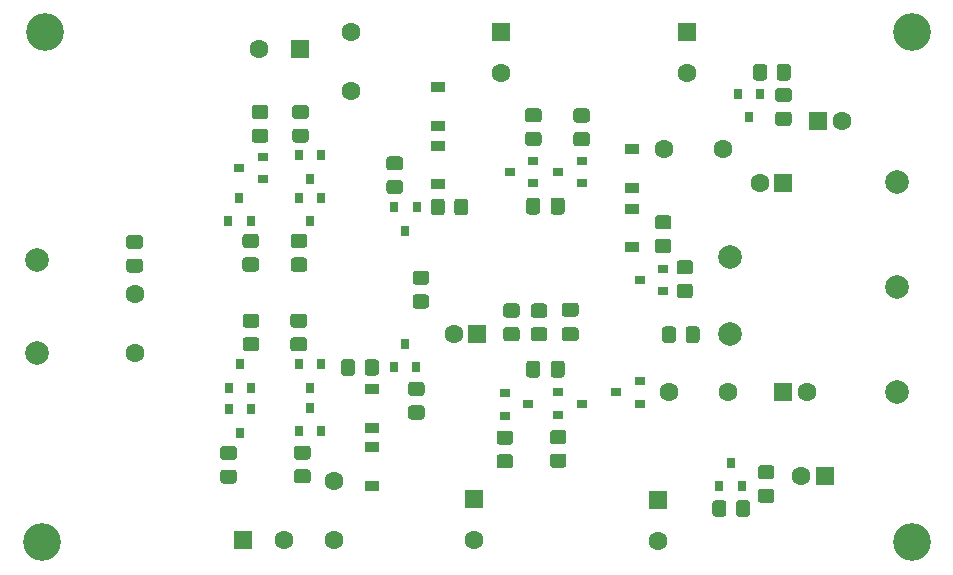
<source format=gbr>
G04 #@! TF.GenerationSoftware,KiCad,Pcbnew,(5.1.8-0-10_14)*
G04 #@! TF.CreationDate,2020-12-22T22:27:09+01:00*
G04 #@! TF.ProjectId,pre-amp-discret,7072652d-616d-4702-9d64-697363726574,rev?*
G04 #@! TF.SameCoordinates,Original*
G04 #@! TF.FileFunction,Soldermask,Top*
G04 #@! TF.FilePolarity,Negative*
%FSLAX46Y46*%
G04 Gerber Fmt 4.6, Leading zero omitted, Abs format (unit mm)*
G04 Created by KiCad (PCBNEW (5.1.8-0-10_14)) date 2020-12-22 22:27:09*
%MOMM*%
%LPD*%
G01*
G04 APERTURE LIST*
%ADD10C,1.600000*%
%ADD11R,1.600000X1.600000*%
%ADD12R,0.900000X0.800000*%
%ADD13R,0.800000X0.900000*%
%ADD14R,1.200000X0.900000*%
%ADD15C,2.000000*%
%ADD16C,3.200000*%
G04 APERTURE END LIST*
G36*
G01*
X187775001Y-138173000D02*
X186874999Y-138173000D01*
G75*
G02*
X186625000Y-137923001I0J249999D01*
G01*
X186625000Y-137222999D01*
G75*
G02*
X186874999Y-136973000I249999J0D01*
G01*
X187775001Y-136973000D01*
G75*
G02*
X188025000Y-137222999I0J-249999D01*
G01*
X188025000Y-137923001D01*
G75*
G02*
X187775001Y-138173000I-249999J0D01*
G01*
G37*
G36*
G01*
X187775001Y-140173000D02*
X186874999Y-140173000D01*
G75*
G02*
X186625000Y-139923001I0J249999D01*
G01*
X186625000Y-139222999D01*
G75*
G02*
X186874999Y-138973000I249999J0D01*
G01*
X187775001Y-138973000D01*
G75*
G02*
X188025000Y-139222999I0J-249999D01*
G01*
X188025000Y-139923001D01*
G75*
G02*
X187775001Y-140173000I-249999J0D01*
G01*
G37*
D10*
X162560000Y-143301600D03*
D11*
X162560000Y-139801600D03*
D10*
X164922200Y-103779200D03*
D11*
X164922200Y-100279200D03*
G36*
G01*
X141358199Y-137340800D02*
X142258201Y-137340800D01*
G75*
G02*
X142508200Y-137590799I0J-249999D01*
G01*
X142508200Y-138290801D01*
G75*
G02*
X142258201Y-138540800I-249999J0D01*
G01*
X141358199Y-138540800D01*
G75*
G02*
X141108200Y-138290801I0J249999D01*
G01*
X141108200Y-137590799D01*
G75*
G02*
X141358199Y-137340800I249999J0D01*
G01*
G37*
G36*
G01*
X141358199Y-135340800D02*
X142258201Y-135340800D01*
G75*
G02*
X142508200Y-135590799I0J-249999D01*
G01*
X142508200Y-136290801D01*
G75*
G02*
X142258201Y-136540800I-249999J0D01*
G01*
X141358199Y-136540800D01*
G75*
G02*
X141108200Y-136290801I0J249999D01*
G01*
X141108200Y-135590799D01*
G75*
G02*
X141358199Y-135340800I249999J0D01*
G01*
G37*
G36*
G01*
X157639599Y-122507200D02*
X158539601Y-122507200D01*
G75*
G02*
X158789600Y-122757199I0J-249999D01*
G01*
X158789600Y-123457201D01*
G75*
G02*
X158539601Y-123707200I-249999J0D01*
G01*
X157639599Y-123707200D01*
G75*
G02*
X157389600Y-123457201I0J249999D01*
G01*
X157389600Y-122757199D01*
G75*
G02*
X157639599Y-122507200I249999J0D01*
G01*
G37*
G36*
G01*
X157639599Y-120507200D02*
X158539601Y-120507200D01*
G75*
G02*
X158789600Y-120757199I0J-249999D01*
G01*
X158789600Y-121457201D01*
G75*
G02*
X158539601Y-121707200I-249999J0D01*
G01*
X157639599Y-121707200D01*
G75*
G02*
X157389600Y-121457201I0J249999D01*
G01*
X157389600Y-120757199D01*
G75*
G02*
X157639599Y-120507200I249999J0D01*
G01*
G37*
D10*
X160864800Y-125882400D03*
D11*
X162864800Y-125882400D03*
D12*
X165614600Y-112130800D03*
X167614600Y-111180800D03*
X167614600Y-113080800D03*
G36*
G01*
X179702000Y-125470499D02*
X179702000Y-126370501D01*
G75*
G02*
X179452001Y-126620500I-249999J0D01*
G01*
X178751999Y-126620500D01*
G75*
G02*
X178502000Y-126370501I0J249999D01*
G01*
X178502000Y-125470499D01*
G75*
G02*
X178751999Y-125220500I249999J0D01*
G01*
X179452001Y-125220500D01*
G75*
G02*
X179702000Y-125470499I0J-249999D01*
G01*
G37*
G36*
G01*
X181702000Y-125470499D02*
X181702000Y-126370501D01*
G75*
G02*
X181452001Y-126620500I-249999J0D01*
G01*
X180751999Y-126620500D01*
G75*
G02*
X180502000Y-126370501I0J249999D01*
G01*
X180502000Y-125470499D01*
G75*
G02*
X180751999Y-125220500I249999J0D01*
G01*
X181452001Y-125220500D01*
G75*
G02*
X181702000Y-125470499I0J-249999D01*
G01*
G37*
G36*
G01*
X180891601Y-120824800D02*
X179991599Y-120824800D01*
G75*
G02*
X179741600Y-120574801I0J249999D01*
G01*
X179741600Y-119874799D01*
G75*
G02*
X179991599Y-119624800I249999J0D01*
G01*
X180891601Y-119624800D01*
G75*
G02*
X181141600Y-119874799I0J-249999D01*
G01*
X181141600Y-120574801D01*
G75*
G02*
X180891601Y-120824800I-249999J0D01*
G01*
G37*
G36*
G01*
X180891601Y-122824800D02*
X179991599Y-122824800D01*
G75*
G02*
X179741600Y-122574801I0J249999D01*
G01*
X179741600Y-121874799D01*
G75*
G02*
X179991599Y-121624800I249999J0D01*
G01*
X180891601Y-121624800D01*
G75*
G02*
X181141600Y-121874799I0J-249999D01*
G01*
X181141600Y-122574801D01*
G75*
G02*
X180891601Y-122824800I-249999J0D01*
G01*
G37*
G36*
G01*
X169272799Y-135994600D02*
X170172801Y-135994600D01*
G75*
G02*
X170422800Y-136244599I0J-249999D01*
G01*
X170422800Y-136944601D01*
G75*
G02*
X170172801Y-137194600I-249999J0D01*
G01*
X169272799Y-137194600D01*
G75*
G02*
X169022800Y-136944601I0J249999D01*
G01*
X169022800Y-136244599D01*
G75*
G02*
X169272799Y-135994600I249999J0D01*
G01*
G37*
G36*
G01*
X169272799Y-133994600D02*
X170172801Y-133994600D01*
G75*
G02*
X170422800Y-134244599I0J-249999D01*
G01*
X170422800Y-134944601D01*
G75*
G02*
X170172801Y-135194600I-249999J0D01*
G01*
X169272799Y-135194600D01*
G75*
G02*
X169022800Y-134944601I0J249999D01*
G01*
X169022800Y-134244599D01*
G75*
G02*
X169272799Y-133994600I249999J0D01*
G01*
G37*
G36*
G01*
X167164599Y-108747000D02*
X168064601Y-108747000D01*
G75*
G02*
X168314600Y-108996999I0J-249999D01*
G01*
X168314600Y-109697001D01*
G75*
G02*
X168064601Y-109947000I-249999J0D01*
G01*
X167164599Y-109947000D01*
G75*
G02*
X166914600Y-109697001I0J249999D01*
G01*
X166914600Y-108996999D01*
G75*
G02*
X167164599Y-108747000I249999J0D01*
G01*
G37*
G36*
G01*
X167164599Y-106747000D02*
X168064601Y-106747000D01*
G75*
G02*
X168314600Y-106996999I0J-249999D01*
G01*
X168314600Y-107697001D01*
G75*
G02*
X168064601Y-107947000I-249999J0D01*
G01*
X167164599Y-107947000D01*
G75*
G02*
X166914600Y-107697001I0J249999D01*
G01*
X166914600Y-106996999D01*
G75*
G02*
X167164599Y-106747000I249999J0D01*
G01*
G37*
G36*
G01*
X153333400Y-129151801D02*
X153333400Y-128251799D01*
G75*
G02*
X153583399Y-128001800I249999J0D01*
G01*
X154283401Y-128001800D01*
G75*
G02*
X154533400Y-128251799I0J-249999D01*
G01*
X154533400Y-129151801D01*
G75*
G02*
X154283401Y-129401800I-249999J0D01*
G01*
X153583399Y-129401800D01*
G75*
G02*
X153333400Y-129151801I0J249999D01*
G01*
G37*
G36*
G01*
X151333400Y-129151801D02*
X151333400Y-128251799D01*
G75*
G02*
X151583399Y-128001800I249999J0D01*
G01*
X152283401Y-128001800D01*
G75*
G02*
X152533400Y-128251799I0J-249999D01*
G01*
X152533400Y-129151801D01*
G75*
G02*
X152283401Y-129401800I-249999J0D01*
G01*
X151583399Y-129401800D01*
G75*
G02*
X151333400Y-129151801I0J249999D01*
G01*
G37*
G36*
G01*
X147327199Y-119383000D02*
X148227201Y-119383000D01*
G75*
G02*
X148477200Y-119632999I0J-249999D01*
G01*
X148477200Y-120333001D01*
G75*
G02*
X148227201Y-120583000I-249999J0D01*
G01*
X147327199Y-120583000D01*
G75*
G02*
X147077200Y-120333001I0J249999D01*
G01*
X147077200Y-119632999D01*
G75*
G02*
X147327199Y-119383000I249999J0D01*
G01*
G37*
G36*
G01*
X147327199Y-117383000D02*
X148227201Y-117383000D01*
G75*
G02*
X148477200Y-117632999I0J-249999D01*
G01*
X148477200Y-118333001D01*
G75*
G02*
X148227201Y-118583000I-249999J0D01*
G01*
X147327199Y-118583000D01*
G75*
G02*
X147077200Y-118333001I0J249999D01*
G01*
X147077200Y-117632999D01*
G75*
G02*
X147327199Y-117383000I249999J0D01*
G01*
G37*
G36*
G01*
X147454199Y-108467600D02*
X148354201Y-108467600D01*
G75*
G02*
X148604200Y-108717599I0J-249999D01*
G01*
X148604200Y-109417601D01*
G75*
G02*
X148354201Y-109667600I-249999J0D01*
G01*
X147454199Y-109667600D01*
G75*
G02*
X147204200Y-109417601I0J249999D01*
G01*
X147204200Y-108717599D01*
G75*
G02*
X147454199Y-108467600I249999J0D01*
G01*
G37*
G36*
G01*
X147454199Y-106467600D02*
X148354201Y-106467600D01*
G75*
G02*
X148604200Y-106717599I0J-249999D01*
G01*
X148604200Y-107417601D01*
G75*
G02*
X148354201Y-107667600I-249999J0D01*
G01*
X147454199Y-107667600D01*
G75*
G02*
X147204200Y-107417601I0J249999D01*
G01*
X147204200Y-106717599D01*
G75*
G02*
X147454199Y-106467600I249999J0D01*
G01*
G37*
G36*
G01*
X157258599Y-131905200D02*
X158158601Y-131905200D01*
G75*
G02*
X158408600Y-132155199I0J-249999D01*
G01*
X158408600Y-132855201D01*
G75*
G02*
X158158601Y-133105200I-249999J0D01*
G01*
X157258599Y-133105200D01*
G75*
G02*
X157008600Y-132855201I0J249999D01*
G01*
X157008600Y-132155199D01*
G75*
G02*
X157258599Y-131905200I249999J0D01*
G01*
G37*
G36*
G01*
X157258599Y-129905200D02*
X158158601Y-129905200D01*
G75*
G02*
X158408600Y-130155199I0J-249999D01*
G01*
X158408600Y-130855201D01*
G75*
G02*
X158158601Y-131105200I-249999J0D01*
G01*
X157258599Y-131105200D01*
G75*
G02*
X157008600Y-130855201I0J249999D01*
G01*
X157008600Y-130155199D01*
G75*
G02*
X157258599Y-129905200I249999J0D01*
G01*
G37*
G36*
G01*
X143237799Y-119383000D02*
X144137801Y-119383000D01*
G75*
G02*
X144387800Y-119632999I0J-249999D01*
G01*
X144387800Y-120333001D01*
G75*
G02*
X144137801Y-120583000I-249999J0D01*
G01*
X143237799Y-120583000D01*
G75*
G02*
X142987800Y-120333001I0J249999D01*
G01*
X142987800Y-119632999D01*
G75*
G02*
X143237799Y-119383000I249999J0D01*
G01*
G37*
G36*
G01*
X143237799Y-117383000D02*
X144137801Y-117383000D01*
G75*
G02*
X144387800Y-117632999I0J-249999D01*
G01*
X144387800Y-118333001D01*
G75*
G02*
X144137801Y-118583000I-249999J0D01*
G01*
X143237799Y-118583000D01*
G75*
G02*
X142987800Y-118333001I0J249999D01*
G01*
X142987800Y-117632999D01*
G75*
G02*
X143237799Y-117383000I249999J0D01*
G01*
G37*
G36*
G01*
X144025199Y-108467600D02*
X144925201Y-108467600D01*
G75*
G02*
X145175200Y-108717599I0J-249999D01*
G01*
X145175200Y-109417601D01*
G75*
G02*
X144925201Y-109667600I-249999J0D01*
G01*
X144025199Y-109667600D01*
G75*
G02*
X143775200Y-109417601I0J249999D01*
G01*
X143775200Y-108717599D01*
G75*
G02*
X144025199Y-108467600I249999J0D01*
G01*
G37*
G36*
G01*
X144025199Y-106467600D02*
X144925201Y-106467600D01*
G75*
G02*
X145175200Y-106717599I0J-249999D01*
G01*
X145175200Y-107417601D01*
G75*
G02*
X144925201Y-107667600I-249999J0D01*
G01*
X144025199Y-107667600D01*
G75*
G02*
X143775200Y-107417601I0J249999D01*
G01*
X143775200Y-106717599D01*
G75*
G02*
X144025199Y-106467600I249999J0D01*
G01*
G37*
D13*
X148701800Y-116325400D03*
X147751800Y-114325400D03*
X149651800Y-114325400D03*
X148717000Y-112750600D03*
X147767000Y-110750600D03*
X149667000Y-110750600D03*
X156743400Y-126695200D03*
X157693400Y-128695200D03*
X155793400Y-128695200D03*
D12*
X142729200Y-111800600D03*
X144729200Y-110850600D03*
X144729200Y-112750600D03*
D13*
X142722600Y-114332000D03*
X143672600Y-116332000D03*
X141772600Y-116332000D03*
D14*
X175971200Y-115240800D03*
X175971200Y-118540800D03*
X175971200Y-110212600D03*
X175971200Y-113512600D03*
X153924000Y-135458200D03*
X153924000Y-138758200D03*
X153924000Y-130557000D03*
X153924000Y-133857000D03*
G36*
G01*
X168184500Y-114561600D02*
X168184500Y-115511600D01*
G75*
G02*
X167934500Y-115761600I-250000J0D01*
G01*
X167259500Y-115761600D01*
G75*
G02*
X167009500Y-115511600I0J250000D01*
G01*
X167009500Y-114561600D01*
G75*
G02*
X167259500Y-114311600I250000J0D01*
G01*
X167934500Y-114311600D01*
G75*
G02*
X168184500Y-114561600I0J-250000D01*
G01*
G37*
G36*
G01*
X170259500Y-114561600D02*
X170259500Y-115511600D01*
G75*
G02*
X170009500Y-115761600I-250000J0D01*
G01*
X169334500Y-115761600D01*
G75*
G02*
X169084500Y-115511600I0J250000D01*
G01*
X169084500Y-114561600D01*
G75*
G02*
X169334500Y-114311600I250000J0D01*
G01*
X170009500Y-114311600D01*
G75*
G02*
X170259500Y-114561600I0J-250000D01*
G01*
G37*
D10*
X146502000Y-143281400D03*
D11*
X143002000Y-143281400D03*
D10*
X144404200Y-101727000D03*
D11*
X147904200Y-101727000D03*
D10*
X178181000Y-143433800D03*
D11*
X178181000Y-139933800D03*
D10*
X180594000Y-103766500D03*
D11*
X180594000Y-100266500D03*
D10*
X190322200Y-137896600D03*
D11*
X192322200Y-137896600D03*
D10*
X190754000Y-130810000D03*
D11*
X188754000Y-130810000D03*
D10*
X193719200Y-107848400D03*
D11*
X191719200Y-107848400D03*
D10*
X186798200Y-113055400D03*
D11*
X188798200Y-113055400D03*
G36*
G01*
X183969200Y-140189799D02*
X183969200Y-141089801D01*
G75*
G02*
X183719201Y-141339800I-249999J0D01*
G01*
X183019199Y-141339800D01*
G75*
G02*
X182769200Y-141089801I0J249999D01*
G01*
X182769200Y-140189799D01*
G75*
G02*
X183019199Y-139939800I249999J0D01*
G01*
X183719201Y-139939800D01*
G75*
G02*
X183969200Y-140189799I0J-249999D01*
G01*
G37*
G36*
G01*
X185969200Y-140189799D02*
X185969200Y-141089801D01*
G75*
G02*
X185719201Y-141339800I-249999J0D01*
G01*
X185019199Y-141339800D01*
G75*
G02*
X184769200Y-141089801I0J249999D01*
G01*
X184769200Y-140189799D01*
G75*
G02*
X185019199Y-139939800I249999J0D01*
G01*
X185719201Y-139939800D01*
G75*
G02*
X185969200Y-140189799I0J-249999D01*
G01*
G37*
G36*
G01*
X187417000Y-103258199D02*
X187417000Y-104158201D01*
G75*
G02*
X187167001Y-104408200I-249999J0D01*
G01*
X186466999Y-104408200D01*
G75*
G02*
X186217000Y-104158201I0J249999D01*
G01*
X186217000Y-103258199D01*
G75*
G02*
X186466999Y-103008200I249999J0D01*
G01*
X187167001Y-103008200D01*
G75*
G02*
X187417000Y-103258199I0J-249999D01*
G01*
G37*
G36*
G01*
X189417000Y-103258199D02*
X189417000Y-104158201D01*
G75*
G02*
X189167001Y-104408200I-249999J0D01*
G01*
X188466999Y-104408200D01*
G75*
G02*
X188217000Y-104158201I0J249999D01*
G01*
X188217000Y-103258199D01*
G75*
G02*
X188466999Y-103008200I249999J0D01*
G01*
X189167001Y-103008200D01*
G75*
G02*
X189417000Y-103258199I0J-249999D01*
G01*
G37*
G36*
G01*
X188348199Y-107038600D02*
X189248201Y-107038600D01*
G75*
G02*
X189498200Y-107288599I0J-249999D01*
G01*
X189498200Y-107988601D01*
G75*
G02*
X189248201Y-108238600I-249999J0D01*
G01*
X188348199Y-108238600D01*
G75*
G02*
X188098200Y-107988601I0J249999D01*
G01*
X188098200Y-107288599D01*
G75*
G02*
X188348199Y-107038600I249999J0D01*
G01*
G37*
G36*
G01*
X188348199Y-105038600D02*
X189248201Y-105038600D01*
G75*
G02*
X189498200Y-105288599I0J-249999D01*
G01*
X189498200Y-105988601D01*
G75*
G02*
X189248201Y-106238600I-249999J0D01*
G01*
X188348199Y-106238600D01*
G75*
G02*
X188098200Y-105988601I0J249999D01*
G01*
X188098200Y-105288599D01*
G75*
G02*
X188348199Y-105038600I249999J0D01*
G01*
G37*
D10*
X150774400Y-138328400D03*
X150774400Y-143328400D03*
X152222200Y-100304600D03*
X152222200Y-105304600D03*
X184133500Y-130810000D03*
X179133500Y-130810000D03*
X178642000Y-110210600D03*
X183642000Y-110210600D03*
D15*
X184302400Y-119354600D03*
X184251600Y-125907800D03*
X198374000Y-121920000D03*
X125603000Y-127508000D03*
X198374000Y-130810000D03*
X125603000Y-119634000D03*
X198374000Y-113030000D03*
D13*
X148706800Y-132112000D03*
X149656800Y-134112000D03*
X147756800Y-134112000D03*
D12*
X174657000Y-130807500D03*
X176657000Y-129857500D03*
X176657000Y-131757500D03*
G36*
G01*
X155429799Y-112820400D02*
X156329801Y-112820400D01*
G75*
G02*
X156579800Y-113070399I0J-249999D01*
G01*
X156579800Y-113770401D01*
G75*
G02*
X156329801Y-114020400I-249999J0D01*
G01*
X155429799Y-114020400D01*
G75*
G02*
X155179800Y-113770401I0J249999D01*
G01*
X155179800Y-113070399D01*
G75*
G02*
X155429799Y-112820400I249999J0D01*
G01*
G37*
G36*
G01*
X155429799Y-110820400D02*
X156329801Y-110820400D01*
G75*
G02*
X156579800Y-111070399I0J-249999D01*
G01*
X156579800Y-111770401D01*
G75*
G02*
X156329801Y-112020400I-249999J0D01*
G01*
X155429799Y-112020400D01*
G75*
G02*
X155179800Y-111770401I0J249999D01*
G01*
X155179800Y-111070399D01*
G75*
G02*
X155429799Y-110820400I249999J0D01*
G01*
G37*
G36*
G01*
X168184500Y-128366500D02*
X168184500Y-129316500D01*
G75*
G02*
X167934500Y-129566500I-250000J0D01*
G01*
X167259500Y-129566500D01*
G75*
G02*
X167009500Y-129316500I0J250000D01*
G01*
X167009500Y-128366500D01*
G75*
G02*
X167259500Y-128116500I250000J0D01*
G01*
X167934500Y-128116500D01*
G75*
G02*
X168184500Y-128366500I0J-250000D01*
G01*
G37*
G36*
G01*
X170259500Y-128366500D02*
X170259500Y-129316500D01*
G75*
G02*
X170009500Y-129566500I-250000J0D01*
G01*
X169334500Y-129566500D01*
G75*
G02*
X169084500Y-129316500I0J250000D01*
G01*
X169084500Y-128366500D01*
G75*
G02*
X169334500Y-128116500I250000J0D01*
G01*
X170009500Y-128116500D01*
G75*
G02*
X170259500Y-128366500I0J-250000D01*
G01*
G37*
G36*
G01*
X171213800Y-124394900D02*
X170263800Y-124394900D01*
G75*
G02*
X170013800Y-124144900I0J250000D01*
G01*
X170013800Y-123469900D01*
G75*
G02*
X170263800Y-123219900I250000J0D01*
G01*
X171213800Y-123219900D01*
G75*
G02*
X171463800Y-123469900I0J-250000D01*
G01*
X171463800Y-124144900D01*
G75*
G02*
X171213800Y-124394900I-250000J0D01*
G01*
G37*
G36*
G01*
X171213800Y-126469900D02*
X170263800Y-126469900D01*
G75*
G02*
X170013800Y-126219900I0J250000D01*
G01*
X170013800Y-125544900D01*
G75*
G02*
X170263800Y-125294900I250000J0D01*
G01*
X171213800Y-125294900D01*
G75*
G02*
X171463800Y-125544900I0J-250000D01*
G01*
X171463800Y-126219900D01*
G75*
G02*
X171213800Y-126469900I-250000J0D01*
G01*
G37*
X178625500Y-122232500D03*
X178625500Y-120332500D03*
X176625500Y-121282500D03*
G36*
G01*
X134308001Y-118675200D02*
X133407999Y-118675200D01*
G75*
G02*
X133158000Y-118425201I0J249999D01*
G01*
X133158000Y-117725199D01*
G75*
G02*
X133407999Y-117475200I249999J0D01*
G01*
X134308001Y-117475200D01*
G75*
G02*
X134558000Y-117725199I0J-249999D01*
G01*
X134558000Y-118425201D01*
G75*
G02*
X134308001Y-118675200I-249999J0D01*
G01*
G37*
G36*
G01*
X134308001Y-120675200D02*
X133407999Y-120675200D01*
G75*
G02*
X133158000Y-120425201I0J249999D01*
G01*
X133158000Y-119725199D01*
G75*
G02*
X133407999Y-119475200I249999J0D01*
G01*
X134308001Y-119475200D01*
G75*
G02*
X134558000Y-119725199I0J-249999D01*
G01*
X134558000Y-120425201D01*
G75*
G02*
X134308001Y-120675200I-249999J0D01*
G01*
G37*
G36*
G01*
X178162799Y-117814800D02*
X179062801Y-117814800D01*
G75*
G02*
X179312800Y-118064799I0J-249999D01*
G01*
X179312800Y-118764801D01*
G75*
G02*
X179062801Y-119014800I-249999J0D01*
G01*
X178162799Y-119014800D01*
G75*
G02*
X177912800Y-118764801I0J249999D01*
G01*
X177912800Y-118064799D01*
G75*
G02*
X178162799Y-117814800I249999J0D01*
G01*
G37*
G36*
G01*
X178162799Y-115814800D02*
X179062801Y-115814800D01*
G75*
G02*
X179312800Y-116064799I0J-249999D01*
G01*
X179312800Y-116764801D01*
G75*
G02*
X179062801Y-117014800I-249999J0D01*
G01*
X178162799Y-117014800D01*
G75*
G02*
X177912800Y-116764801I0J249999D01*
G01*
X177912800Y-116064799D01*
G75*
G02*
X178162799Y-115814800I249999J0D01*
G01*
G37*
G36*
G01*
X171253999Y-108772400D02*
X172154001Y-108772400D01*
G75*
G02*
X172404000Y-109022399I0J-249999D01*
G01*
X172404000Y-109722401D01*
G75*
G02*
X172154001Y-109972400I-249999J0D01*
G01*
X171253999Y-109972400D01*
G75*
G02*
X171004000Y-109722401I0J249999D01*
G01*
X171004000Y-109022399D01*
G75*
G02*
X171253999Y-108772400I249999J0D01*
G01*
G37*
G36*
G01*
X171253999Y-106772400D02*
X172154001Y-106772400D01*
G75*
G02*
X172404000Y-107022399I0J-249999D01*
G01*
X172404000Y-107722401D01*
G75*
G02*
X172154001Y-107972400I-249999J0D01*
G01*
X171253999Y-107972400D01*
G75*
G02*
X171004000Y-107722401I0J249999D01*
G01*
X171004000Y-107022399D01*
G75*
G02*
X171253999Y-106772400I249999J0D01*
G01*
G37*
G36*
G01*
X164751599Y-136045400D02*
X165651601Y-136045400D01*
G75*
G02*
X165901600Y-136295399I0J-249999D01*
G01*
X165901600Y-136995401D01*
G75*
G02*
X165651601Y-137245400I-249999J0D01*
G01*
X164751599Y-137245400D01*
G75*
G02*
X164501600Y-136995401I0J249999D01*
G01*
X164501600Y-136295399D01*
G75*
G02*
X164751599Y-136045400I249999J0D01*
G01*
G37*
G36*
G01*
X164751599Y-134045400D02*
X165651601Y-134045400D01*
G75*
G02*
X165901600Y-134295399I0J-249999D01*
G01*
X165901600Y-134995401D01*
G75*
G02*
X165651601Y-135245400I-249999J0D01*
G01*
X164751599Y-135245400D01*
G75*
G02*
X164501600Y-134995401I0J249999D01*
G01*
X164501600Y-134295399D01*
G75*
G02*
X164751599Y-134045400I249999J0D01*
G01*
G37*
G36*
G01*
X168547201Y-124482400D02*
X167647199Y-124482400D01*
G75*
G02*
X167397200Y-124232401I0J249999D01*
G01*
X167397200Y-123532399D01*
G75*
G02*
X167647199Y-123282400I249999J0D01*
G01*
X168547201Y-123282400D01*
G75*
G02*
X168797200Y-123532399I0J-249999D01*
G01*
X168797200Y-124232401D01*
G75*
G02*
X168547201Y-124482400I-249999J0D01*
G01*
G37*
G36*
G01*
X168547201Y-126482400D02*
X167647199Y-126482400D01*
G75*
G02*
X167397200Y-126232401I0J249999D01*
G01*
X167397200Y-125532399D01*
G75*
G02*
X167647199Y-125282400I249999J0D01*
G01*
X168547201Y-125282400D01*
G75*
G02*
X168797200Y-125532399I0J-249999D01*
G01*
X168797200Y-126232401D01*
G75*
G02*
X168547201Y-126482400I-249999J0D01*
G01*
G37*
G36*
G01*
X165310399Y-125282400D02*
X166210401Y-125282400D01*
G75*
G02*
X166460400Y-125532399I0J-249999D01*
G01*
X166460400Y-126232401D01*
G75*
G02*
X166210401Y-126482400I-249999J0D01*
G01*
X165310399Y-126482400D01*
G75*
G02*
X165060400Y-126232401I0J249999D01*
G01*
X165060400Y-125532399D01*
G75*
G02*
X165310399Y-125282400I249999J0D01*
G01*
G37*
G36*
G01*
X165310399Y-123282400D02*
X166210401Y-123282400D01*
G75*
G02*
X166460400Y-123532399I0J-249999D01*
G01*
X166460400Y-124232401D01*
G75*
G02*
X166210401Y-124482400I-249999J0D01*
G01*
X165310399Y-124482400D01*
G75*
G02*
X165060400Y-124232401I0J249999D01*
G01*
X165060400Y-123532399D01*
G75*
G02*
X165310399Y-123282400I249999J0D01*
G01*
G37*
G36*
G01*
X160928000Y-115562801D02*
X160928000Y-114662799D01*
G75*
G02*
X161177999Y-114412800I249999J0D01*
G01*
X161878001Y-114412800D01*
G75*
G02*
X162128000Y-114662799I0J-249999D01*
G01*
X162128000Y-115562801D01*
G75*
G02*
X161878001Y-115812800I-249999J0D01*
G01*
X161177999Y-115812800D01*
G75*
G02*
X160928000Y-115562801I0J249999D01*
G01*
G37*
G36*
G01*
X158928000Y-115562801D02*
X158928000Y-114662799D01*
G75*
G02*
X159177999Y-114412800I249999J0D01*
G01*
X159878001Y-114412800D01*
G75*
G02*
X160128000Y-114662799I0J-249999D01*
G01*
X160128000Y-115562801D01*
G75*
G02*
X159878001Y-115812800I-249999J0D01*
G01*
X159177999Y-115812800D01*
G75*
G02*
X158928000Y-115562801I0J249999D01*
G01*
G37*
G36*
G01*
X147606599Y-137315400D02*
X148506601Y-137315400D01*
G75*
G02*
X148756600Y-137565399I0J-249999D01*
G01*
X148756600Y-138265401D01*
G75*
G02*
X148506601Y-138515400I-249999J0D01*
G01*
X147606599Y-138515400D01*
G75*
G02*
X147356600Y-138265401I0J249999D01*
G01*
X147356600Y-137565399D01*
G75*
G02*
X147606599Y-137315400I249999J0D01*
G01*
G37*
G36*
G01*
X147606599Y-135315400D02*
X148506601Y-135315400D01*
G75*
G02*
X148756600Y-135565399I0J-249999D01*
G01*
X148756600Y-136265401D01*
G75*
G02*
X148506601Y-136515400I-249999J0D01*
G01*
X147606599Y-136515400D01*
G75*
G02*
X147356600Y-136265401I0J249999D01*
G01*
X147356600Y-135565399D01*
G75*
G02*
X147606599Y-135315400I249999J0D01*
G01*
G37*
G36*
G01*
X147301799Y-126139400D02*
X148201801Y-126139400D01*
G75*
G02*
X148451800Y-126389399I0J-249999D01*
G01*
X148451800Y-127089401D01*
G75*
G02*
X148201801Y-127339400I-249999J0D01*
G01*
X147301799Y-127339400D01*
G75*
G02*
X147051800Y-127089401I0J249999D01*
G01*
X147051800Y-126389399D01*
G75*
G02*
X147301799Y-126139400I249999J0D01*
G01*
G37*
G36*
G01*
X147301799Y-124139400D02*
X148201801Y-124139400D01*
G75*
G02*
X148451800Y-124389399I0J-249999D01*
G01*
X148451800Y-125089401D01*
G75*
G02*
X148201801Y-125339400I-249999J0D01*
G01*
X147301799Y-125339400D01*
G75*
G02*
X147051800Y-125089401I0J249999D01*
G01*
X147051800Y-124389399D01*
G75*
G02*
X147301799Y-124139400I249999J0D01*
G01*
G37*
G36*
G01*
X143263199Y-126139400D02*
X144163201Y-126139400D01*
G75*
G02*
X144413200Y-126389399I0J-249999D01*
G01*
X144413200Y-127089401D01*
G75*
G02*
X144163201Y-127339400I-249999J0D01*
G01*
X143263199Y-127339400D01*
G75*
G02*
X143013200Y-127089401I0J249999D01*
G01*
X143013200Y-126389399D01*
G75*
G02*
X143263199Y-126139400I249999J0D01*
G01*
G37*
G36*
G01*
X143263199Y-124139400D02*
X144163201Y-124139400D01*
G75*
G02*
X144413200Y-124389399I0J-249999D01*
G01*
X144413200Y-125089401D01*
G75*
G02*
X144163201Y-125339400I-249999J0D01*
G01*
X143263199Y-125339400D01*
G75*
G02*
X143013200Y-125089401I0J249999D01*
G01*
X143013200Y-124389399D01*
G75*
G02*
X143263199Y-124139400I249999J0D01*
G01*
G37*
D13*
X184327800Y-136753600D03*
X185277800Y-138753600D03*
X183377800Y-138753600D03*
X185862000Y-107511600D03*
X184912000Y-105511600D03*
X186812000Y-105511600D03*
D12*
X171735500Y-131760000D03*
X169735500Y-132710000D03*
X169735500Y-130810000D03*
X169704000Y-112130800D03*
X171704000Y-111180800D03*
X171704000Y-113080800D03*
X167195500Y-131826000D03*
X165195500Y-132776000D03*
X165195500Y-130876000D03*
D13*
X148717000Y-130422400D03*
X147767000Y-128422400D03*
X149667000Y-128422400D03*
X156794200Y-117119400D03*
X155844200Y-115119400D03*
X157744200Y-115119400D03*
X142763200Y-134232400D03*
X141813200Y-132232400D03*
X143713200Y-132232400D03*
X142763200Y-128403600D03*
X143713200Y-130403600D03*
X141813200Y-130403600D03*
D16*
X126238000Y-100330000D03*
X125984000Y-143510000D03*
X199644000Y-143510000D03*
X199644000Y-100330000D03*
D14*
X159537400Y-109906800D03*
X159537400Y-113206800D03*
X159537400Y-104980200D03*
X159537400Y-108280200D03*
D10*
X133858000Y-127491500D03*
X133858000Y-122491500D03*
M02*

</source>
